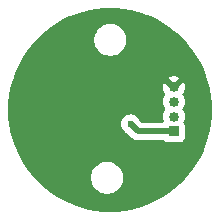
<source format=gbr>
%TF.GenerationSoftware,KiCad,Pcbnew,8.0.3*%
%TF.CreationDate,2026-01-07T02:22:38-05:00*%
%TF.ProjectId,lux-module,6c75782d-6d6f-4647-956c-652e6b696361,A*%
%TF.SameCoordinates,Original*%
%TF.FileFunction,Copper,L2,Bot*%
%TF.FilePolarity,Positive*%
%FSLAX46Y46*%
G04 Gerber Fmt 4.6, Leading zero omitted, Abs format (unit mm)*
G04 Created by KiCad (PCBNEW 8.0.3) date 2026-01-07 02:22:38*
%MOMM*%
%LPD*%
G01*
G04 APERTURE LIST*
%TA.AperFunction,ComponentPad*%
%ADD10R,0.850000X0.850000*%
%TD*%
%TA.AperFunction,ComponentPad*%
%ADD11C,0.850000*%
%TD*%
%TA.AperFunction,ViaPad*%
%ADD12C,0.600000*%
%TD*%
%TA.AperFunction,Conductor*%
%ADD13C,0.500000*%
%TD*%
G04 APERTURE END LIST*
D10*
%TO.P,J1,1,Pin_1*%
%TO.N,+3V3*%
X138630000Y-55930000D03*
D11*
%TO.P,J1,2,Pin_2*%
%TO.N,/SDA*%
X138630000Y-54680000D03*
%TO.P,J1,3,Pin_3*%
%TO.N,/SCL*%
X138630000Y-53430000D03*
%TO.P,J1,4,Pin_4*%
%TO.N,GND*%
X138630000Y-52180000D03*
%TD*%
D12*
%TO.N,+3V3*%
X134970000Y-55300000D03*
%TO.N,GND*%
X127210000Y-50470000D03*
X140470000Y-50060000D03*
X138680000Y-47820000D03*
X126080000Y-54200000D03*
X129720000Y-46850000D03*
X140310000Y-57670000D03*
X139480000Y-49000000D03*
X138170000Y-60270000D03*
X128270000Y-49480000D03*
X140700000Y-55810000D03*
X137110000Y-61260000D03*
X127820000Y-59750000D03*
X125870000Y-56010000D03*
X128810000Y-60810000D03*
X136760000Y-46910000D03*
X136335000Y-52085000D03*
X136320000Y-47760000D03*
X131020000Y-55760000D03*
X127020000Y-58570000D03*
X129510000Y-60290000D03*
X139350000Y-59470000D03*
X136760000Y-59150000D03*
X128880000Y-56410000D03*
X140690000Y-53760000D03*
X130500000Y-61350000D03*
X137740000Y-59160000D03*
X129420000Y-57270000D03*
X129450000Y-48680000D03*
X141250000Y-52670000D03*
X130580000Y-51230000D03*
X128540000Y-47650000D03*
X132290028Y-51200000D03*
X137200000Y-58300000D03*
X128440000Y-57260000D03*
X130040000Y-50370000D03*
X128710000Y-59110000D03*
X141400000Y-54960000D03*
X127480000Y-48640000D03*
X137300000Y-47770000D03*
X125010000Y-54780000D03*
X129600000Y-51220000D03*
X125240000Y-52980000D03*
%TD*%
D13*
%TO.N,+3V3*%
X138630000Y-55930000D02*
X135600000Y-55930000D01*
X135600000Y-55930000D02*
X134970000Y-55300000D01*
%TD*%
%TA.AperFunction,Conductor*%
%TO.N,GND*%
G36*
X138580272Y-52430000D02*
G01*
X138679728Y-52430000D01*
X138771608Y-52391942D01*
X138717680Y-52445871D01*
X138656357Y-52479356D01*
X138586665Y-52474372D01*
X138542318Y-52445871D01*
X138488387Y-52391940D01*
X138580272Y-52430000D01*
G37*
%TD.AperFunction*%
%TA.AperFunction,Conductor*%
G36*
X133820445Y-45503580D02*
G01*
X133828866Y-45504157D01*
X134406416Y-45563531D01*
X134414754Y-45564677D01*
X134986898Y-45663325D01*
X134995187Y-45665047D01*
X135559248Y-45802505D01*
X135567362Y-45804778D01*
X136001120Y-45942447D01*
X136120735Y-45980412D01*
X136128713Y-45983247D01*
X136324867Y-46060599D01*
X136668817Y-46196235D01*
X136676564Y-46199601D01*
X137200857Y-46448944D01*
X137208349Y-46452825D01*
X137685186Y-46720937D01*
X137714415Y-46737372D01*
X137721649Y-46741771D01*
X138207114Y-47060187D01*
X138214023Y-47065065D01*
X138676615Y-47415860D01*
X138683183Y-47421204D01*
X139120749Y-47802742D01*
X139126937Y-47808521D01*
X139537456Y-48219040D01*
X139543235Y-48225228D01*
X139924773Y-48662794D01*
X139930117Y-48669362D01*
X140280912Y-49131954D01*
X140285795Y-49138871D01*
X140604206Y-49624328D01*
X140608605Y-49631562D01*
X140893145Y-50137615D01*
X140897040Y-50145133D01*
X141146372Y-50669404D01*
X141149746Y-50677170D01*
X141362730Y-51217264D01*
X141365565Y-51225242D01*
X141541193Y-51778596D01*
X141543477Y-51786749D01*
X141680929Y-52350789D01*
X141682652Y-52359079D01*
X141781296Y-52931198D01*
X141782449Y-52939586D01*
X141841819Y-53517098D01*
X141842397Y-53525545D01*
X141862218Y-54105766D01*
X141862218Y-54114234D01*
X141842397Y-54694454D01*
X141841819Y-54702901D01*
X141782449Y-55280413D01*
X141781296Y-55288801D01*
X141682652Y-55860920D01*
X141680929Y-55869210D01*
X141543477Y-56433250D01*
X141541193Y-56441403D01*
X141365565Y-56994757D01*
X141362730Y-57002735D01*
X141149746Y-57542829D01*
X141146372Y-57550595D01*
X140897040Y-58074866D01*
X140893145Y-58082384D01*
X140608605Y-58588437D01*
X140604206Y-58595671D01*
X140285795Y-59081128D01*
X140280912Y-59088045D01*
X139930117Y-59550637D01*
X139924773Y-59557205D01*
X139543235Y-59994771D01*
X139537456Y-60000959D01*
X139126937Y-60411478D01*
X139120749Y-60417257D01*
X138683183Y-60798795D01*
X138676615Y-60804139D01*
X138214023Y-61154934D01*
X138207106Y-61159817D01*
X137721649Y-61478228D01*
X137714415Y-61482627D01*
X137208362Y-61767167D01*
X137200844Y-61771062D01*
X136676573Y-62020394D01*
X136668807Y-62023768D01*
X136128713Y-62236752D01*
X136120735Y-62239587D01*
X135567381Y-62415215D01*
X135559228Y-62417499D01*
X134995188Y-62554951D01*
X134986898Y-62556674D01*
X134414779Y-62655318D01*
X134406391Y-62656471D01*
X133828879Y-62715841D01*
X133820432Y-62716419D01*
X133240212Y-62736240D01*
X133231744Y-62736240D01*
X132651523Y-62716419D01*
X132643076Y-62715841D01*
X132065564Y-62656471D01*
X132057176Y-62655318D01*
X131485057Y-62556674D01*
X131476767Y-62554951D01*
X130912727Y-62417499D01*
X130904574Y-62415215D01*
X130351220Y-62239587D01*
X130343242Y-62236752D01*
X129803148Y-62023768D01*
X129795382Y-62020394D01*
X129271111Y-61771062D01*
X129263593Y-61767167D01*
X128757540Y-61482627D01*
X128750306Y-61478228D01*
X128264849Y-61159817D01*
X128257932Y-61154934D01*
X127795340Y-60804139D01*
X127788772Y-60798795D01*
X127351206Y-60417257D01*
X127345018Y-60411478D01*
X126934499Y-60000959D01*
X126928720Y-59994771D01*
X126718528Y-59753713D01*
X131629500Y-59753713D01*
X131629500Y-59966287D01*
X131662754Y-60176243D01*
X131720495Y-60353952D01*
X131728444Y-60378414D01*
X131824951Y-60567820D01*
X131949890Y-60739786D01*
X132100213Y-60890109D01*
X132272179Y-61015048D01*
X132272181Y-61015049D01*
X132272184Y-61015051D01*
X132461588Y-61111557D01*
X132663757Y-61177246D01*
X132873713Y-61210500D01*
X132873714Y-61210500D01*
X133086286Y-61210500D01*
X133086287Y-61210500D01*
X133296243Y-61177246D01*
X133498412Y-61111557D01*
X133687816Y-61015051D01*
X133709789Y-60999086D01*
X133859786Y-60890109D01*
X133859788Y-60890106D01*
X133859792Y-60890104D01*
X134010104Y-60739792D01*
X134010106Y-60739788D01*
X134010109Y-60739786D01*
X134135048Y-60567820D01*
X134135047Y-60567820D01*
X134135051Y-60567816D01*
X134231557Y-60378412D01*
X134297246Y-60176243D01*
X134330500Y-59966287D01*
X134330500Y-59753713D01*
X134297246Y-59543757D01*
X134231557Y-59341588D01*
X134135051Y-59152184D01*
X134135049Y-59152181D01*
X134135048Y-59152179D01*
X134010109Y-58980213D01*
X133859786Y-58829890D01*
X133687820Y-58704951D01*
X133498414Y-58608444D01*
X133498413Y-58608443D01*
X133498412Y-58608443D01*
X133296243Y-58542754D01*
X133296241Y-58542753D01*
X133296240Y-58542753D01*
X133134957Y-58517208D01*
X133086287Y-58509500D01*
X132873713Y-58509500D01*
X132825042Y-58517208D01*
X132663760Y-58542753D01*
X132461585Y-58608444D01*
X132272179Y-58704951D01*
X132100213Y-58829890D01*
X131949890Y-58980213D01*
X131824951Y-59152179D01*
X131728444Y-59341585D01*
X131662753Y-59543760D01*
X131661664Y-59550637D01*
X131629500Y-59753713D01*
X126718528Y-59753713D01*
X126547182Y-59557205D01*
X126541838Y-59550637D01*
X126239681Y-59152184D01*
X126191037Y-59088037D01*
X126186160Y-59081128D01*
X125867749Y-58595671D01*
X125863350Y-58588437D01*
X125695161Y-58289313D01*
X125578803Y-58082371D01*
X125574922Y-58074879D01*
X125325579Y-57550586D01*
X125322209Y-57542829D01*
X125109225Y-57002735D01*
X125106390Y-56994757D01*
X125068425Y-56875142D01*
X124930756Y-56441384D01*
X124928483Y-56433270D01*
X124791025Y-55869209D01*
X124789303Y-55860920D01*
X124779189Y-55802262D01*
X124692590Y-55299996D01*
X134164435Y-55299996D01*
X134164435Y-55300003D01*
X134184630Y-55479249D01*
X134184631Y-55479254D01*
X134244211Y-55649523D01*
X134340184Y-55802262D01*
X134467738Y-55929816D01*
X134501936Y-55951304D01*
X134620483Y-56025792D01*
X134626753Y-56028812D01*
X134625870Y-56030643D01*
X134661940Y-56053308D01*
X135017049Y-56408416D01*
X135121584Y-56512951D01*
X135121587Y-56512953D01*
X135121588Y-56512954D01*
X135244503Y-56595083D01*
X135244506Y-56595085D01*
X135301079Y-56618518D01*
X135301080Y-56618518D01*
X135381088Y-56651659D01*
X135497241Y-56674763D01*
X135516468Y-56678587D01*
X135526081Y-56680500D01*
X135526082Y-56680500D01*
X135526083Y-56680500D01*
X135673918Y-56680500D01*
X137764046Y-56680500D01*
X137831085Y-56700185D01*
X137840157Y-56707495D01*
X137840355Y-56707232D01*
X137962664Y-56798793D01*
X137962671Y-56798797D01*
X138097517Y-56849091D01*
X138097516Y-56849091D01*
X138104444Y-56849835D01*
X138157127Y-56855500D01*
X139102872Y-56855499D01*
X139162483Y-56849091D01*
X139297331Y-56798796D01*
X139412546Y-56712546D01*
X139498796Y-56597331D01*
X139549091Y-56462483D01*
X139555500Y-56402873D01*
X139555499Y-55457128D01*
X139549091Y-55397517D01*
X139506985Y-55284626D01*
X139498797Y-55262671D01*
X139498793Y-55262664D01*
X139470734Y-55225182D01*
X139446316Y-55159718D01*
X139461167Y-55091445D01*
X139462565Y-55088955D01*
X139480144Y-55058508D01*
X139540262Y-54873482D01*
X139560598Y-54680000D01*
X139540262Y-54486518D01*
X139480144Y-54301492D01*
X139480143Y-54301491D01*
X139480143Y-54301489D01*
X139480142Y-54301488D01*
X139382871Y-54133009D01*
X139379150Y-54127888D01*
X139355668Y-54062083D01*
X139371492Y-53994028D01*
X139379150Y-53982112D01*
X139382871Y-53976990D01*
X139480142Y-53808511D01*
X139480143Y-53808510D01*
X139480144Y-53808508D01*
X139540262Y-53623482D01*
X139560598Y-53430000D01*
X139540262Y-53236518D01*
X139480144Y-53051492D01*
X139480143Y-53051491D01*
X139480143Y-53051489D01*
X139480142Y-53051488D01*
X139382871Y-52883009D01*
X139379048Y-52877747D01*
X139381438Y-52876010D01*
X139356757Y-52824608D01*
X139365369Y-52755271D01*
X139378814Y-52731718D01*
X139382465Y-52726691D01*
X139479683Y-52558304D01*
X139479686Y-52558298D01*
X139539768Y-52373382D01*
X139539769Y-52373380D01*
X139560094Y-52180000D01*
X139539769Y-51986619D01*
X139539768Y-51986617D01*
X139479686Y-51801701D01*
X139479683Y-51801695D01*
X139436555Y-51726996D01*
X138841942Y-52321608D01*
X138880000Y-52229728D01*
X138880000Y-52130272D01*
X138841940Y-52038386D01*
X138771614Y-51968060D01*
X138679728Y-51930000D01*
X138580272Y-51930000D01*
X138488386Y-51968060D01*
X138418060Y-52038386D01*
X138380000Y-52130272D01*
X138380000Y-52229728D01*
X138418059Y-52321612D01*
X137823443Y-51726996D01*
X137780315Y-51801697D01*
X137720231Y-51986617D01*
X137720230Y-51986619D01*
X137699905Y-52180000D01*
X137720230Y-52373380D01*
X137720231Y-52373382D01*
X137780313Y-52558298D01*
X137780316Y-52558304D01*
X137877534Y-52726691D01*
X137881186Y-52731718D01*
X137904665Y-52797525D01*
X137888839Y-52865579D01*
X137880390Y-52877346D01*
X137880949Y-52877752D01*
X137877127Y-52883011D01*
X137779857Y-53051488D01*
X137779856Y-53051489D01*
X137719738Y-53236516D01*
X137699402Y-53430000D01*
X137719738Y-53623483D01*
X137779856Y-53808510D01*
X137779857Y-53808511D01*
X137877132Y-53976996D01*
X137880853Y-53982118D01*
X137904331Y-54047925D01*
X137888504Y-54115978D01*
X137880853Y-54127882D01*
X137877132Y-54133003D01*
X137779857Y-54301488D01*
X137779856Y-54301489D01*
X137719738Y-54486516D01*
X137699402Y-54680000D01*
X137719738Y-54873483D01*
X137766429Y-55017182D01*
X137768424Y-55087023D01*
X137732344Y-55146856D01*
X137669643Y-55177684D01*
X137648498Y-55179500D01*
X135962229Y-55179500D01*
X135895190Y-55159815D01*
X135874553Y-55143185D01*
X135723305Y-54991937D01*
X135700643Y-54955870D01*
X135698812Y-54956753D01*
X135695792Y-54950483D01*
X135599815Y-54797737D01*
X135472262Y-54670184D01*
X135319523Y-54574211D01*
X135149254Y-54514631D01*
X135149249Y-54514630D01*
X134970004Y-54494435D01*
X134969996Y-54494435D01*
X134790750Y-54514630D01*
X134790745Y-54514631D01*
X134620476Y-54574211D01*
X134467737Y-54670184D01*
X134340184Y-54797737D01*
X134244211Y-54950476D01*
X134184631Y-55120745D01*
X134184630Y-55120750D01*
X134164435Y-55299996D01*
X124692590Y-55299996D01*
X124690655Y-55288776D01*
X124689509Y-55280438D01*
X124630135Y-54702888D01*
X124629558Y-54694454D01*
X124609737Y-54114215D01*
X124609737Y-54105784D01*
X124629558Y-53525530D01*
X124630134Y-53517113D01*
X124689509Y-52939557D01*
X124690655Y-52931227D01*
X124789304Y-52359073D01*
X124791026Y-52350789D01*
X124798136Y-52321614D01*
X124928485Y-51786722D01*
X124930754Y-51778623D01*
X125060295Y-51370473D01*
X138174025Y-51370473D01*
X138630000Y-51826447D01*
X138630001Y-51826447D01*
X139085973Y-51370473D01*
X138917413Y-51295426D01*
X138727221Y-51255000D01*
X138532779Y-51255000D01*
X138342586Y-51295426D01*
X138342585Y-51295426D01*
X138174025Y-51370473D01*
X125060295Y-51370473D01*
X125106391Y-51225238D01*
X125109225Y-51217264D01*
X125322217Y-50677149D01*
X125325574Y-50669424D01*
X125574927Y-50145108D01*
X125578797Y-50137639D01*
X125863357Y-49631550D01*
X125867742Y-49624339D01*
X126186175Y-49138849D01*
X126191027Y-49131975D01*
X126541844Y-48669353D01*
X126547174Y-48662802D01*
X126928734Y-48225212D01*
X126934484Y-48219055D01*
X127079826Y-48073713D01*
X131899500Y-48073713D01*
X131899500Y-48286286D01*
X131932753Y-48496239D01*
X131998444Y-48698414D01*
X132094951Y-48887820D01*
X132219890Y-49059786D01*
X132370213Y-49210109D01*
X132542179Y-49335048D01*
X132542181Y-49335049D01*
X132542184Y-49335051D01*
X132731588Y-49431557D01*
X132933757Y-49497246D01*
X133143713Y-49530500D01*
X133143714Y-49530500D01*
X133356286Y-49530500D01*
X133356287Y-49530500D01*
X133566243Y-49497246D01*
X133768412Y-49431557D01*
X133957816Y-49335051D01*
X133979789Y-49319086D01*
X134129786Y-49210109D01*
X134129788Y-49210106D01*
X134129792Y-49210104D01*
X134280104Y-49059792D01*
X134280106Y-49059788D01*
X134280109Y-49059786D01*
X134405048Y-48887820D01*
X134405047Y-48887820D01*
X134405051Y-48887816D01*
X134501557Y-48698412D01*
X134567246Y-48496243D01*
X134600500Y-48286287D01*
X134600500Y-48073713D01*
X134567246Y-47863757D01*
X134501557Y-47661588D01*
X134405051Y-47472184D01*
X134405049Y-47472181D01*
X134405048Y-47472179D01*
X134280109Y-47300213D01*
X134129786Y-47149890D01*
X133957820Y-47024951D01*
X133768414Y-46928444D01*
X133768413Y-46928443D01*
X133768412Y-46928443D01*
X133566243Y-46862754D01*
X133566241Y-46862753D01*
X133566240Y-46862753D01*
X133404957Y-46837208D01*
X133356287Y-46829500D01*
X133143713Y-46829500D01*
X133095042Y-46837208D01*
X132933760Y-46862753D01*
X132731585Y-46928444D01*
X132542179Y-47024951D01*
X132370213Y-47149890D01*
X132219890Y-47300213D01*
X132094951Y-47472179D01*
X131998444Y-47661585D01*
X131932753Y-47863760D01*
X131899500Y-48073713D01*
X127079826Y-48073713D01*
X127345033Y-47808506D01*
X127351190Y-47802756D01*
X127788780Y-47421196D01*
X127795331Y-47415866D01*
X128257953Y-47065049D01*
X128264827Y-47060197D01*
X128750317Y-46741764D01*
X128757528Y-46737379D01*
X129263617Y-46452819D01*
X129271086Y-46448949D01*
X129795402Y-46199596D01*
X129803127Y-46196239D01*
X130343245Y-45983245D01*
X130351220Y-45980412D01*
X130904601Y-45804776D01*
X130912700Y-45802507D01*
X131476774Y-45665046D01*
X131485051Y-45663326D01*
X132057205Y-45564677D01*
X132065535Y-45563531D01*
X132643091Y-45504156D01*
X132651508Y-45503580D01*
X133231763Y-45483759D01*
X133240193Y-45483759D01*
X133820445Y-45503580D01*
G37*
%TD.AperFunction*%
%TD*%
M02*

</source>
